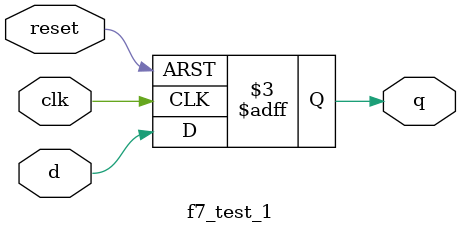
<source format=v>
module f7_test_1(q, d, clk, reset);
output reg q;
input d, clk, reset;
always @ (posedge clk, negedge reset)
	if(!reset) q <= 0;
	else q <= d;
endmodule
</source>
